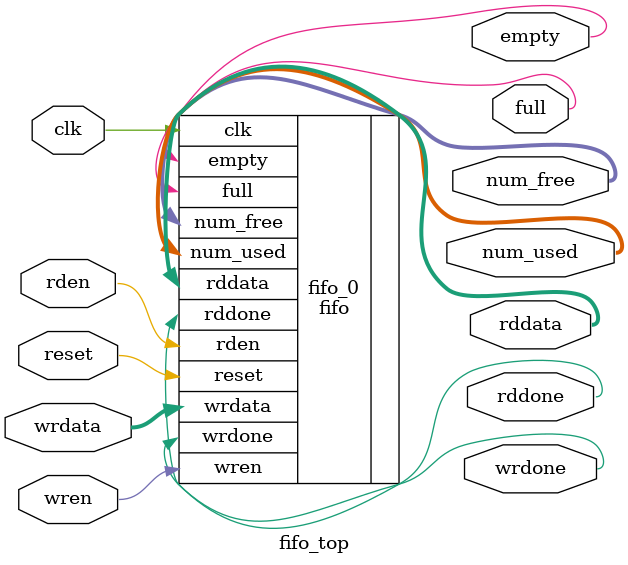
<source format=sv>


module fifo_top (
   input  logic clk,
   input  logic reset,
   
   input  logic rden,
   output logic [7:0] rddata,
   output logic rddone,

   input  logic wren,
   input  logic [7:0] wrdata,
   output logic wrdone,
   
   output logic empty,
   output logic full,
   output logic [4:0] num_used,
   output logic [4:0] num_free
);

   fifo #(
      .SIZE(16),
      .DATA_WIDTH(8)
   ) fifo_0(
      .clk,
      .reset,
      .rden,
      .rddata,
      .rddone,
      .wren,
      .wrdata,
      .wrdone,
      .empty,
      .full,
      .num_used,
      .num_free
   );

endmodule: fifo_top

</source>
